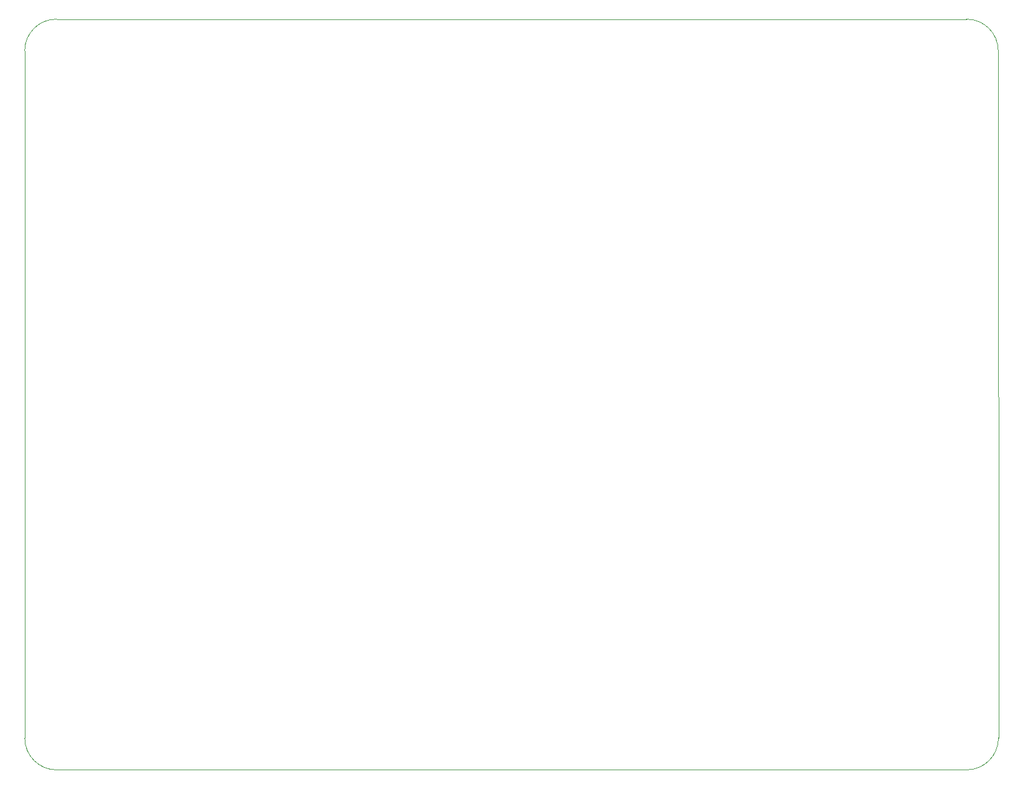
<source format=gm1>
%TF.GenerationSoftware,KiCad,Pcbnew,(6.0.4)*%
%TF.CreationDate,2023-03-06T22:36:06-08:00*%
%TF.ProjectId,fcp-control-pcb,6663702d-636f-46e7-9472-6f6c2d706362,rev?*%
%TF.SameCoordinates,Original*%
%TF.FileFunction,Profile,NP*%
%FSLAX46Y46*%
G04 Gerber Fmt 4.6, Leading zero omitted, Abs format (unit mm)*
G04 Created by KiCad (PCBNEW (6.0.4)) date 2023-03-06 22:36:06*
%MOMM*%
%LPD*%
G01*
G04 APERTURE LIST*
%TA.AperFunction,Profile*%
%ADD10C,0.100000*%
%TD*%
G04 APERTURE END LIST*
D10*
X62198090Y-126396910D02*
G75*
G03*
X66643090Y-130841910I4445010J10D01*
G01*
X198151910Y-126396910D02*
X198120000Y-30448090D01*
X193706910Y-130841910D02*
G75*
G03*
X198151910Y-126396910I-10J4445010D01*
G01*
X62198090Y-30448090D02*
X62198090Y-126396910D01*
X198120015Y-30448090D02*
G75*
G03*
X193675000Y-26035000I-4413215J-10D01*
G01*
X66643090Y-130841910D02*
X193706910Y-130841910D01*
X193675000Y-26035000D02*
X66675000Y-26035000D01*
X66674999Y-26035045D02*
G75*
G03*
X62198090Y-30448090I-63399J-4413055D01*
G01*
M02*

</source>
